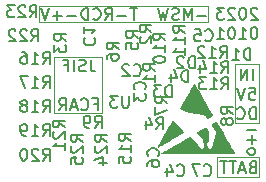
<source format=gbo>
G04 #@! TF.GenerationSoftware,KiCad,Pcbnew,(5.1.9)-1*
G04 #@! TF.CreationDate,2022-12-29T17:40:02+01:00*
G04 #@! TF.ProjectId,FallerCarSystem_v2,46616c6c-6572-4436-9172-53797374656d,rev?*
G04 #@! TF.SameCoordinates,Original*
G04 #@! TF.FileFunction,Legend,Bot*
G04 #@! TF.FilePolarity,Positive*
%FSLAX46Y46*%
G04 Gerber Fmt 4.6, Leading zero omitted, Abs format (unit mm)*
G04 Created by KiCad (PCBNEW (5.1.9)-1) date 2022-12-29 17:40:02*
%MOMM*%
%LPD*%
G01*
G04 APERTURE LIST*
%ADD10C,0.200000*%
%ADD11C,0.150000*%
%ADD12C,0.120000*%
%ADD13C,0.010000*%
G04 APERTURE END LIST*
D10*
X161091619Y-67762428D02*
X161139238Y-67857666D01*
X161186857Y-67905285D01*
X161282095Y-67952904D01*
X161567809Y-67952904D01*
X161663047Y-67905285D01*
X161710666Y-67857666D01*
X161758285Y-67762428D01*
X161758285Y-67619571D01*
X161710666Y-67524333D01*
X161663047Y-67476714D01*
X161567809Y-67429095D01*
X161282095Y-67429095D01*
X161186857Y-67476714D01*
X161139238Y-67524333D01*
X161091619Y-67619571D01*
X161091619Y-67762428D01*
D11*
X161924785Y-55618619D02*
X161877166Y-55571000D01*
X161781928Y-55523380D01*
X161543833Y-55523380D01*
X161448595Y-55571000D01*
X161400976Y-55618619D01*
X161353357Y-55713857D01*
X161353357Y-55809095D01*
X161400976Y-55951952D01*
X161972404Y-56523380D01*
X161353357Y-56523380D01*
X160734309Y-55523380D02*
X160639071Y-55523380D01*
X160543833Y-55571000D01*
X160496214Y-55618619D01*
X160448595Y-55713857D01*
X160400976Y-55904333D01*
X160400976Y-56142428D01*
X160448595Y-56332904D01*
X160496214Y-56428142D01*
X160543833Y-56475761D01*
X160639071Y-56523380D01*
X160734309Y-56523380D01*
X160829547Y-56475761D01*
X160877166Y-56428142D01*
X160924785Y-56332904D01*
X160972404Y-56142428D01*
X160972404Y-55904333D01*
X160924785Y-55713857D01*
X160877166Y-55618619D01*
X160829547Y-55571000D01*
X160734309Y-55523380D01*
X160020023Y-55618619D02*
X159972404Y-55571000D01*
X159877166Y-55523380D01*
X159639071Y-55523380D01*
X159543833Y-55571000D01*
X159496214Y-55618619D01*
X159448595Y-55713857D01*
X159448595Y-55809095D01*
X159496214Y-55951952D01*
X160067642Y-56523380D01*
X159448595Y-56523380D01*
X159115261Y-55523380D02*
X158496214Y-55523380D01*
X158829547Y-55904333D01*
X158686690Y-55904333D01*
X158591452Y-55951952D01*
X158543833Y-55999571D01*
X158496214Y-56094809D01*
X158496214Y-56332904D01*
X158543833Y-56428142D01*
X158591452Y-56475761D01*
X158686690Y-56523380D01*
X158972404Y-56523380D01*
X159067642Y-56475761D01*
X159115261Y-56428142D01*
X161686690Y-57173380D02*
X161591452Y-57173380D01*
X161496214Y-57221000D01*
X161448595Y-57268619D01*
X161400976Y-57363857D01*
X161353357Y-57554333D01*
X161353357Y-57792428D01*
X161400976Y-57982904D01*
X161448595Y-58078142D01*
X161496214Y-58125761D01*
X161591452Y-58173380D01*
X161686690Y-58173380D01*
X161781928Y-58125761D01*
X161829547Y-58078142D01*
X161877166Y-57982904D01*
X161924785Y-57792428D01*
X161924785Y-57554333D01*
X161877166Y-57363857D01*
X161829547Y-57268619D01*
X161781928Y-57221000D01*
X161686690Y-57173380D01*
X160400976Y-58173380D02*
X160972404Y-58173380D01*
X160686690Y-58173380D02*
X160686690Y-57173380D01*
X160781928Y-57316238D01*
X160877166Y-57411476D01*
X160972404Y-57459095D01*
X159781928Y-57173380D02*
X159686690Y-57173380D01*
X159591452Y-57221000D01*
X159543833Y-57268619D01*
X159496214Y-57363857D01*
X159448595Y-57554333D01*
X159448595Y-57792428D01*
X159496214Y-57982904D01*
X159543833Y-58078142D01*
X159591452Y-58125761D01*
X159686690Y-58173380D01*
X159781928Y-58173380D01*
X159877166Y-58125761D01*
X159924785Y-58078142D01*
X159972404Y-57982904D01*
X160020023Y-57792428D01*
X160020023Y-57554333D01*
X159972404Y-57363857D01*
X159924785Y-57268619D01*
X159877166Y-57221000D01*
X159781928Y-57173380D01*
X158496214Y-58173380D02*
X159067642Y-58173380D01*
X158781928Y-58173380D02*
X158781928Y-57173380D01*
X158877166Y-57316238D01*
X158972404Y-57411476D01*
X159067642Y-57459095D01*
D12*
X162052000Y-69850000D02*
X162052000Y-68199000D01*
X158496000Y-69850000D02*
X162052000Y-69850000D01*
X158496000Y-68199000D02*
X158496000Y-69850000D01*
X162052000Y-68199000D02*
X158496000Y-68199000D01*
X162052000Y-65278000D02*
X162052000Y-60325000D01*
X160020000Y-65278000D02*
X162052000Y-65278000D01*
X160020000Y-60325000D02*
X160020000Y-65278000D01*
X162052000Y-60325000D02*
X160020000Y-60325000D01*
X157734000Y-55346600D02*
X143433800Y-55346600D01*
X157734000Y-56769000D02*
X157734000Y-55346600D01*
X143433800Y-56769000D02*
X157734000Y-56769000D01*
X143433800Y-55346600D02*
X143433800Y-56769000D01*
X144716500Y-64389000D02*
X144716500Y-59690000D01*
X148780500Y-64452500D02*
X144716500Y-64452500D01*
X148780500Y-59690000D02*
X148780500Y-64452500D01*
X144716500Y-59690000D02*
X148780500Y-59690000D01*
D11*
X147812000Y-59905380D02*
X147812000Y-60619666D01*
X147859619Y-60762523D01*
X147954857Y-60857761D01*
X148097714Y-60905380D01*
X148192952Y-60905380D01*
X147383428Y-60857761D02*
X147240571Y-60905380D01*
X147002476Y-60905380D01*
X146907238Y-60857761D01*
X146859619Y-60810142D01*
X146812000Y-60714904D01*
X146812000Y-60619666D01*
X146859619Y-60524428D01*
X146907238Y-60476809D01*
X147002476Y-60429190D01*
X147192952Y-60381571D01*
X147288190Y-60333952D01*
X147335809Y-60286333D01*
X147383428Y-60191095D01*
X147383428Y-60095857D01*
X147335809Y-60000619D01*
X147288190Y-59953000D01*
X147192952Y-59905380D01*
X146954857Y-59905380D01*
X146812000Y-59953000D01*
X146383428Y-60905380D02*
X146383428Y-59905380D01*
X145573904Y-60381571D02*
X145907238Y-60381571D01*
X145907238Y-60905380D02*
X145907238Y-59905380D01*
X145431047Y-59905380D01*
X148097714Y-63681571D02*
X148431047Y-63681571D01*
X148431047Y-64205380D02*
X148431047Y-63205380D01*
X147954857Y-63205380D01*
X147002476Y-64110142D02*
X147050095Y-64157761D01*
X147192952Y-64205380D01*
X147288190Y-64205380D01*
X147431047Y-64157761D01*
X147526285Y-64062523D01*
X147573904Y-63967285D01*
X147621523Y-63776809D01*
X147621523Y-63633952D01*
X147573904Y-63443476D01*
X147526285Y-63348238D01*
X147431047Y-63253000D01*
X147288190Y-63205380D01*
X147192952Y-63205380D01*
X147050095Y-63253000D01*
X147002476Y-63300619D01*
X146621523Y-63919666D02*
X146145333Y-63919666D01*
X146716761Y-64205380D02*
X146383428Y-63205380D01*
X146050095Y-64205380D01*
X145145333Y-64205380D02*
X145478666Y-63729190D01*
X145716761Y-64205380D02*
X145716761Y-63205380D01*
X145335809Y-63205380D01*
X145240571Y-63253000D01*
X145192952Y-63300619D01*
X145145333Y-63395857D01*
X145145333Y-63538714D01*
X145192952Y-63633952D01*
X145240571Y-63681571D01*
X145335809Y-63729190D01*
X145716761Y-63729190D01*
X161520047Y-69016571D02*
X161377190Y-69064190D01*
X161329571Y-69111809D01*
X161281952Y-69207047D01*
X161281952Y-69349904D01*
X161329571Y-69445142D01*
X161377190Y-69492761D01*
X161472428Y-69540380D01*
X161853380Y-69540380D01*
X161853380Y-68540380D01*
X161520047Y-68540380D01*
X161424809Y-68588000D01*
X161377190Y-68635619D01*
X161329571Y-68730857D01*
X161329571Y-68826095D01*
X161377190Y-68921333D01*
X161424809Y-68968952D01*
X161520047Y-69016571D01*
X161853380Y-69016571D01*
X160901000Y-69254666D02*
X160424809Y-69254666D01*
X160996238Y-69540380D02*
X160662904Y-68540380D01*
X160329571Y-69540380D01*
X160139095Y-68540380D02*
X159567666Y-68540380D01*
X159853380Y-69540380D02*
X159853380Y-68540380D01*
X159377190Y-68540380D02*
X158805761Y-68540380D01*
X159091476Y-69540380D02*
X159091476Y-68540380D01*
X161559809Y-61667380D02*
X161559809Y-60667380D01*
X161083619Y-61667380D02*
X161083619Y-60667380D01*
X160512190Y-61667380D01*
X160512190Y-60667380D01*
X161226476Y-62317380D02*
X161702666Y-62317380D01*
X161750285Y-62793571D01*
X161702666Y-62745952D01*
X161607428Y-62698333D01*
X161369333Y-62698333D01*
X161274095Y-62745952D01*
X161226476Y-62793571D01*
X161178857Y-62888809D01*
X161178857Y-63126904D01*
X161226476Y-63222142D01*
X161274095Y-63269761D01*
X161369333Y-63317380D01*
X161607428Y-63317380D01*
X161702666Y-63269761D01*
X161750285Y-63222142D01*
X160893142Y-62317380D02*
X160559809Y-63317380D01*
X160226476Y-62317380D01*
X161797904Y-64967380D02*
X161797904Y-63967380D01*
X161559809Y-63967380D01*
X161416952Y-64015000D01*
X161321714Y-64110238D01*
X161274095Y-64205476D01*
X161226476Y-64395952D01*
X161226476Y-64538809D01*
X161274095Y-64729285D01*
X161321714Y-64824523D01*
X161416952Y-64919761D01*
X161559809Y-64967380D01*
X161797904Y-64967380D01*
X160226476Y-64872142D02*
X160274095Y-64919761D01*
X160416952Y-64967380D01*
X160512190Y-64967380D01*
X160655047Y-64919761D01*
X160750285Y-64824523D01*
X160797904Y-64729285D01*
X160845523Y-64538809D01*
X160845523Y-64395952D01*
X160797904Y-64205476D01*
X160750285Y-64110238D01*
X160655047Y-64015000D01*
X160512190Y-63967380D01*
X160416952Y-63967380D01*
X160274095Y-64015000D01*
X160226476Y-64062619D01*
X157601371Y-56180028D02*
X156839466Y-56180028D01*
X156363276Y-56560980D02*
X156363276Y-55560980D01*
X156029942Y-56275266D01*
X155696609Y-55560980D01*
X155696609Y-56560980D01*
X155268038Y-56513361D02*
X155125180Y-56560980D01*
X154887085Y-56560980D01*
X154791847Y-56513361D01*
X154744228Y-56465742D01*
X154696609Y-56370504D01*
X154696609Y-56275266D01*
X154744228Y-56180028D01*
X154791847Y-56132409D01*
X154887085Y-56084790D01*
X155077561Y-56037171D01*
X155172800Y-55989552D01*
X155220419Y-55941933D01*
X155268038Y-55846695D01*
X155268038Y-55751457D01*
X155220419Y-55656219D01*
X155172800Y-55608600D01*
X155077561Y-55560980D01*
X154839466Y-55560980D01*
X154696609Y-55608600D01*
X154363276Y-55560980D02*
X154125180Y-56560980D01*
X153934704Y-55846695D01*
X153744228Y-56560980D01*
X153506133Y-55560980D01*
X151744228Y-55560980D02*
X151172800Y-55560980D01*
X151458514Y-56560980D02*
X151458514Y-55560980D01*
X150839466Y-56180028D02*
X150077561Y-56180028D01*
X149029942Y-56560980D02*
X149363276Y-56084790D01*
X149601371Y-56560980D02*
X149601371Y-55560980D01*
X149220419Y-55560980D01*
X149125180Y-55608600D01*
X149077561Y-55656219D01*
X149029942Y-55751457D01*
X149029942Y-55894314D01*
X149077561Y-55989552D01*
X149125180Y-56037171D01*
X149220419Y-56084790D01*
X149601371Y-56084790D01*
X148029942Y-56465742D02*
X148077561Y-56513361D01*
X148220419Y-56560980D01*
X148315657Y-56560980D01*
X148458514Y-56513361D01*
X148553752Y-56418123D01*
X148601371Y-56322885D01*
X148648990Y-56132409D01*
X148648990Y-55989552D01*
X148601371Y-55799076D01*
X148553752Y-55703838D01*
X148458514Y-55608600D01*
X148315657Y-55560980D01*
X148220419Y-55560980D01*
X148077561Y-55608600D01*
X148029942Y-55656219D01*
X147601371Y-56560980D02*
X147601371Y-55560980D01*
X147363276Y-55560980D01*
X147220419Y-55608600D01*
X147125180Y-55703838D01*
X147077561Y-55799076D01*
X147029942Y-55989552D01*
X147029942Y-56132409D01*
X147077561Y-56322885D01*
X147125180Y-56418123D01*
X147220419Y-56513361D01*
X147363276Y-56560980D01*
X147601371Y-56560980D01*
X146601371Y-56180028D02*
X145839466Y-56180028D01*
X145363276Y-56180028D02*
X144601371Y-56180028D01*
X144982323Y-56560980D02*
X144982323Y-55799076D01*
X144268038Y-55560980D02*
X143934704Y-56560980D01*
X143601371Y-55560980D01*
D10*
X161036047Y-65841571D02*
X161797952Y-65841571D01*
X161061447Y-66679771D02*
X161823352Y-66679771D01*
X161442400Y-66298819D02*
X161442400Y-67060723D01*
D13*
G36*
X158395906Y-65188158D02*
G01*
X158363381Y-65200736D01*
X158313807Y-65225712D01*
X158242626Y-65264876D01*
X158237084Y-65267988D01*
X158171526Y-65305476D01*
X158116202Y-65338319D01*
X158076545Y-65363205D01*
X158057988Y-65376820D01*
X158057469Y-65377487D01*
X158061952Y-65396390D01*
X158082514Y-65438605D01*
X158117817Y-65501832D01*
X158166520Y-65583772D01*
X158227282Y-65682122D01*
X158298764Y-65794585D01*
X158316555Y-65822165D01*
X158362907Y-65898699D01*
X158396658Y-65964556D01*
X158414847Y-66013782D01*
X158416714Y-66023507D01*
X158415885Y-66066312D01*
X158406606Y-66134209D01*
X158390032Y-66222843D01*
X158367320Y-66327859D01*
X158339627Y-66444902D01*
X158308110Y-66569616D01*
X158273925Y-66697645D01*
X158238229Y-66824634D01*
X158202179Y-66946228D01*
X158166932Y-67058072D01*
X158133644Y-67155810D01*
X158103472Y-67235087D01*
X158082439Y-67282122D01*
X158057663Y-67332225D01*
X158034270Y-67380168D01*
X158033003Y-67382793D01*
X157994301Y-67431220D01*
X157937816Y-67463828D01*
X157872061Y-67479454D01*
X157805549Y-67476937D01*
X157746795Y-67455114D01*
X157713742Y-67426382D01*
X157666141Y-67347583D01*
X157631261Y-67249378D01*
X157612123Y-67141779D01*
X157609412Y-67080780D01*
X157620330Y-66966935D01*
X157652376Y-66872660D01*
X157707274Y-66793379D01*
X157724393Y-66775733D01*
X157775339Y-66726235D01*
X157778837Y-66376362D01*
X157782336Y-66026489D01*
X157693182Y-65891531D01*
X157651346Y-65830445D01*
X157611055Y-65775493D01*
X157578057Y-65734336D01*
X157563874Y-65719192D01*
X157523719Y-65681810D01*
X157469335Y-65711098D01*
X157434961Y-65732084D01*
X157416154Y-65748378D01*
X157414951Y-65751307D01*
X157402097Y-65763728D01*
X157380104Y-65772977D01*
X157358850Y-65781313D01*
X157326306Y-65797149D01*
X157279678Y-65822033D01*
X157216171Y-65857509D01*
X157132992Y-65905123D01*
X157027347Y-65966422D01*
X156969938Y-65999932D01*
X156902406Y-66040071D01*
X156858115Y-66068659D01*
X156833145Y-66089039D01*
X156823577Y-66104553D01*
X156825492Y-66118546D01*
X156827089Y-66121796D01*
X156842624Y-66142266D01*
X156875864Y-66180665D01*
X156922938Y-66232696D01*
X156979972Y-66294066D01*
X157029300Y-66346090D01*
X157142970Y-66469567D01*
X157231895Y-66576591D01*
X157296866Y-66668240D01*
X157338679Y-66745588D01*
X157352783Y-66784866D01*
X157358608Y-66819249D01*
X157364625Y-66877899D01*
X157370304Y-66954117D01*
X157375116Y-67041202D01*
X157377381Y-67096268D01*
X157380541Y-67191464D01*
X157381931Y-67261062D01*
X157381142Y-67310409D01*
X157377765Y-67344854D01*
X157371392Y-67369743D01*
X157361613Y-67390425D01*
X157353933Y-67403053D01*
X157309579Y-67451726D01*
X157252426Y-67485645D01*
X157192292Y-67500438D01*
X157147227Y-67495086D01*
X157106424Y-67471930D01*
X157055276Y-67430462D01*
X157000958Y-67377912D01*
X156950643Y-67321516D01*
X156911506Y-67268505D01*
X156897095Y-67242889D01*
X156875509Y-67207814D01*
X156836247Y-67154389D01*
X156782898Y-67086789D01*
X156719048Y-67009190D01*
X156648285Y-66925768D01*
X156574196Y-66840698D01*
X156500368Y-66758155D01*
X156430389Y-66682316D01*
X156367845Y-66617356D01*
X156318740Y-66569669D01*
X156264221Y-66522032D01*
X156218358Y-66486908D01*
X156186189Y-66467949D01*
X156175511Y-66465864D01*
X156159147Y-66474274D01*
X156118329Y-66496846D01*
X156055414Y-66532224D01*
X155972756Y-66579054D01*
X155872711Y-66635981D01*
X155757634Y-66701649D01*
X155629881Y-66774703D01*
X155491806Y-66853788D01*
X155345766Y-66937548D01*
X155194116Y-67024629D01*
X155039210Y-67113676D01*
X154883405Y-67203332D01*
X154729056Y-67292243D01*
X154578518Y-67379054D01*
X154434146Y-67462409D01*
X154298296Y-67540954D01*
X154173323Y-67613333D01*
X154061583Y-67678190D01*
X153965430Y-67734171D01*
X153887221Y-67779920D01*
X153829311Y-67814083D01*
X153794054Y-67835304D01*
X153783835Y-67841963D01*
X153797598Y-67843280D01*
X153840896Y-67844559D01*
X153912286Y-67845796D01*
X154010327Y-67846983D01*
X154133578Y-67848115D01*
X154280597Y-67849186D01*
X154449943Y-67850189D01*
X154640174Y-67851119D01*
X154849849Y-67851968D01*
X155077527Y-67852732D01*
X155321765Y-67853403D01*
X155581123Y-67853976D01*
X155854159Y-67854444D01*
X156139432Y-67854802D01*
X156435500Y-67855042D01*
X156740921Y-67855159D01*
X156869076Y-67855171D01*
X159969030Y-67855171D01*
X159747947Y-67471847D01*
X159701144Y-67390680D01*
X159640898Y-67286166D01*
X159569222Y-67161801D01*
X159488131Y-67021082D01*
X159399638Y-66867503D01*
X159305760Y-66704562D01*
X159208509Y-66535754D01*
X159109900Y-66364575D01*
X159011947Y-66194521D01*
X158987175Y-66151512D01*
X158896848Y-65994857D01*
X158810711Y-65845803D01*
X158730058Y-65706568D01*
X158656184Y-65579371D01*
X158590383Y-65466432D01*
X158533950Y-65369968D01*
X158488179Y-65292200D01*
X158454365Y-65235346D01*
X158433802Y-65201625D01*
X158428047Y-65193040D01*
X158415942Y-65186189D01*
X158395906Y-65188158D01*
G37*
X158395906Y-65188158D02*
X158363381Y-65200736D01*
X158313807Y-65225712D01*
X158242626Y-65264876D01*
X158237084Y-65267988D01*
X158171526Y-65305476D01*
X158116202Y-65338319D01*
X158076545Y-65363205D01*
X158057988Y-65376820D01*
X158057469Y-65377487D01*
X158061952Y-65396390D01*
X158082514Y-65438605D01*
X158117817Y-65501832D01*
X158166520Y-65583772D01*
X158227282Y-65682122D01*
X158298764Y-65794585D01*
X158316555Y-65822165D01*
X158362907Y-65898699D01*
X158396658Y-65964556D01*
X158414847Y-66013782D01*
X158416714Y-66023507D01*
X158415885Y-66066312D01*
X158406606Y-66134209D01*
X158390032Y-66222843D01*
X158367320Y-66327859D01*
X158339627Y-66444902D01*
X158308110Y-66569616D01*
X158273925Y-66697645D01*
X158238229Y-66824634D01*
X158202179Y-66946228D01*
X158166932Y-67058072D01*
X158133644Y-67155810D01*
X158103472Y-67235087D01*
X158082439Y-67282122D01*
X158057663Y-67332225D01*
X158034270Y-67380168D01*
X158033003Y-67382793D01*
X157994301Y-67431220D01*
X157937816Y-67463828D01*
X157872061Y-67479454D01*
X157805549Y-67476937D01*
X157746795Y-67455114D01*
X157713742Y-67426382D01*
X157666141Y-67347583D01*
X157631261Y-67249378D01*
X157612123Y-67141779D01*
X157609412Y-67080780D01*
X157620330Y-66966935D01*
X157652376Y-66872660D01*
X157707274Y-66793379D01*
X157724393Y-66775733D01*
X157775339Y-66726235D01*
X157778837Y-66376362D01*
X157782336Y-66026489D01*
X157693182Y-65891531D01*
X157651346Y-65830445D01*
X157611055Y-65775493D01*
X157578057Y-65734336D01*
X157563874Y-65719192D01*
X157523719Y-65681810D01*
X157469335Y-65711098D01*
X157434961Y-65732084D01*
X157416154Y-65748378D01*
X157414951Y-65751307D01*
X157402097Y-65763728D01*
X157380104Y-65772977D01*
X157358850Y-65781313D01*
X157326306Y-65797149D01*
X157279678Y-65822033D01*
X157216171Y-65857509D01*
X157132992Y-65905123D01*
X157027347Y-65966422D01*
X156969938Y-65999932D01*
X156902406Y-66040071D01*
X156858115Y-66068659D01*
X156833145Y-66089039D01*
X156823577Y-66104553D01*
X156825492Y-66118546D01*
X156827089Y-66121796D01*
X156842624Y-66142266D01*
X156875864Y-66180665D01*
X156922938Y-66232696D01*
X156979972Y-66294066D01*
X157029300Y-66346090D01*
X157142970Y-66469567D01*
X157231895Y-66576591D01*
X157296866Y-66668240D01*
X157338679Y-66745588D01*
X157352783Y-66784866D01*
X157358608Y-66819249D01*
X157364625Y-66877899D01*
X157370304Y-66954117D01*
X157375116Y-67041202D01*
X157377381Y-67096268D01*
X157380541Y-67191464D01*
X157381931Y-67261062D01*
X157381142Y-67310409D01*
X157377765Y-67344854D01*
X157371392Y-67369743D01*
X157361613Y-67390425D01*
X157353933Y-67403053D01*
X157309579Y-67451726D01*
X157252426Y-67485645D01*
X157192292Y-67500438D01*
X157147227Y-67495086D01*
X157106424Y-67471930D01*
X157055276Y-67430462D01*
X157000958Y-67377912D01*
X156950643Y-67321516D01*
X156911506Y-67268505D01*
X156897095Y-67242889D01*
X156875509Y-67207814D01*
X156836247Y-67154389D01*
X156782898Y-67086789D01*
X156719048Y-67009190D01*
X156648285Y-66925768D01*
X156574196Y-66840698D01*
X156500368Y-66758155D01*
X156430389Y-66682316D01*
X156367845Y-66617356D01*
X156318740Y-66569669D01*
X156264221Y-66522032D01*
X156218358Y-66486908D01*
X156186189Y-66467949D01*
X156175511Y-66465864D01*
X156159147Y-66474274D01*
X156118329Y-66496846D01*
X156055414Y-66532224D01*
X155972756Y-66579054D01*
X155872711Y-66635981D01*
X155757634Y-66701649D01*
X155629881Y-66774703D01*
X155491806Y-66853788D01*
X155345766Y-66937548D01*
X155194116Y-67024629D01*
X155039210Y-67113676D01*
X154883405Y-67203332D01*
X154729056Y-67292243D01*
X154578518Y-67379054D01*
X154434146Y-67462409D01*
X154298296Y-67540954D01*
X154173323Y-67613333D01*
X154061583Y-67678190D01*
X153965430Y-67734171D01*
X153887221Y-67779920D01*
X153829311Y-67814083D01*
X153794054Y-67835304D01*
X153783835Y-67841963D01*
X153797598Y-67843280D01*
X153840896Y-67844559D01*
X153912286Y-67845796D01*
X154010327Y-67846983D01*
X154133578Y-67848115D01*
X154280597Y-67849186D01*
X154449943Y-67850189D01*
X154640174Y-67851119D01*
X154849849Y-67851968D01*
X155077527Y-67852732D01*
X155321765Y-67853403D01*
X155581123Y-67853976D01*
X155854159Y-67854444D01*
X156139432Y-67854802D01*
X156435500Y-67855042D01*
X156740921Y-67855159D01*
X156869076Y-67855171D01*
X159969030Y-67855171D01*
X159747947Y-67471847D01*
X159701144Y-67390680D01*
X159640898Y-67286166D01*
X159569222Y-67161801D01*
X159488131Y-67021082D01*
X159399638Y-66867503D01*
X159305760Y-66704562D01*
X159208509Y-66535754D01*
X159109900Y-66364575D01*
X159011947Y-66194521D01*
X158987175Y-66151512D01*
X158896848Y-65994857D01*
X158810711Y-65845803D01*
X158730058Y-65706568D01*
X158656184Y-65579371D01*
X158590383Y-65466432D01*
X158533950Y-65369968D01*
X158488179Y-65292200D01*
X158454365Y-65235346D01*
X158433802Y-65201625D01*
X158428047Y-65193040D01*
X158415942Y-65186189D01*
X158395906Y-65188158D01*
G36*
X154730472Y-65131619D02*
G01*
X154719092Y-65150693D01*
X154693512Y-65194421D01*
X154654998Y-65260619D01*
X154604814Y-65347102D01*
X154544225Y-65451685D01*
X154474497Y-65572183D01*
X154396893Y-65706412D01*
X154312680Y-65852187D01*
X154223121Y-66007323D01*
X154131002Y-66167000D01*
X154036924Y-66330117D01*
X153946598Y-66486709D01*
X153861335Y-66634506D01*
X153782443Y-66771240D01*
X153711231Y-66894642D01*
X153649009Y-67002444D01*
X153597087Y-67092377D01*
X153556772Y-67162173D01*
X153529376Y-67209564D01*
X153516493Y-67231786D01*
X153495493Y-67269330D01*
X153484075Y-67292831D01*
X153483449Y-67296920D01*
X153497364Y-67289242D01*
X153536059Y-67267203D01*
X153597513Y-67231971D01*
X153679702Y-67184711D01*
X153780604Y-67126589D01*
X153898195Y-67058771D01*
X154030454Y-66982424D01*
X154175358Y-66898714D01*
X154330883Y-66808806D01*
X154495008Y-66713867D01*
X154557451Y-66677732D01*
X154724513Y-66581083D01*
X154883926Y-66488938D01*
X155033645Y-66402475D01*
X155171624Y-66322871D01*
X155295815Y-66251305D01*
X155404173Y-66188955D01*
X155494652Y-66136998D01*
X155565204Y-66096613D01*
X155613785Y-66068978D01*
X155638346Y-66055272D01*
X155640915Y-66053974D01*
X155633431Y-66042220D01*
X155607386Y-66010795D01*
X155565441Y-65962594D01*
X155510254Y-65900510D01*
X155444483Y-65827439D01*
X155370788Y-65746276D01*
X155291827Y-65659916D01*
X155210260Y-65571253D01*
X155128746Y-65483182D01*
X155049943Y-65398599D01*
X154976510Y-65320397D01*
X154911107Y-65251472D01*
X154856392Y-65194719D01*
X154815023Y-65153032D01*
X154800836Y-65139363D01*
X154753820Y-65095201D01*
X154730472Y-65131619D01*
G37*
X154730472Y-65131619D02*
X154719092Y-65150693D01*
X154693512Y-65194421D01*
X154654998Y-65260619D01*
X154604814Y-65347102D01*
X154544225Y-65451685D01*
X154474497Y-65572183D01*
X154396893Y-65706412D01*
X154312680Y-65852187D01*
X154223121Y-66007323D01*
X154131002Y-66167000D01*
X154036924Y-66330117D01*
X153946598Y-66486709D01*
X153861335Y-66634506D01*
X153782443Y-66771240D01*
X153711231Y-66894642D01*
X153649009Y-67002444D01*
X153597087Y-67092377D01*
X153556772Y-67162173D01*
X153529376Y-67209564D01*
X153516493Y-67231786D01*
X153495493Y-67269330D01*
X153484075Y-67292831D01*
X153483449Y-67296920D01*
X153497364Y-67289242D01*
X153536059Y-67267203D01*
X153597513Y-67231971D01*
X153679702Y-67184711D01*
X153780604Y-67126589D01*
X153898195Y-67058771D01*
X154030454Y-66982424D01*
X154175358Y-66898714D01*
X154330883Y-66808806D01*
X154495008Y-66713867D01*
X154557451Y-66677732D01*
X154724513Y-66581083D01*
X154883926Y-66488938D01*
X155033645Y-66402475D01*
X155171624Y-66322871D01*
X155295815Y-66251305D01*
X155404173Y-66188955D01*
X155494652Y-66136998D01*
X155565204Y-66096613D01*
X155613785Y-66068978D01*
X155638346Y-66055272D01*
X155640915Y-66053974D01*
X155633431Y-66042220D01*
X155607386Y-66010795D01*
X155565441Y-65962594D01*
X155510254Y-65900510D01*
X155444483Y-65827439D01*
X155370788Y-65746276D01*
X155291827Y-65659916D01*
X155210260Y-65571253D01*
X155128746Y-65483182D01*
X155049943Y-65398599D01*
X154976510Y-65320397D01*
X154911107Y-65251472D01*
X154856392Y-65194719D01*
X154815023Y-65153032D01*
X154800836Y-65139363D01*
X154753820Y-65095201D01*
X154730472Y-65131619D01*
G36*
X156553957Y-61982835D02*
G01*
X156530935Y-62020245D01*
X156495466Y-62079514D01*
X156449004Y-62158118D01*
X156393004Y-62253538D01*
X156328919Y-62363250D01*
X156258204Y-62484734D01*
X156182313Y-62615468D01*
X156102701Y-62752930D01*
X156020822Y-62894598D01*
X155938130Y-63037951D01*
X155856079Y-63180467D01*
X155776124Y-63319624D01*
X155699719Y-63452901D01*
X155628318Y-63577776D01*
X155563376Y-63691727D01*
X155506347Y-63792233D01*
X155458685Y-63876772D01*
X155421845Y-63942822D01*
X155397280Y-63987862D01*
X155386446Y-64009370D01*
X155386049Y-64010714D01*
X155399499Y-64028965D01*
X155436886Y-64056882D01*
X155493765Y-64091725D01*
X155565688Y-64130754D01*
X155640985Y-64167843D01*
X155743440Y-64212817D01*
X155851183Y-64253226D01*
X155967927Y-64289969D01*
X156097382Y-64323942D01*
X156243260Y-64356044D01*
X156409274Y-64387173D01*
X156599134Y-64418227D01*
X156795531Y-64447145D01*
X156966166Y-64472800D01*
X157109455Y-64498198D01*
X157228992Y-64524602D01*
X157328370Y-64553273D01*
X157411182Y-64585473D01*
X157481022Y-64622465D01*
X157541482Y-64665512D01*
X157596155Y-64715875D01*
X157613786Y-64734583D01*
X157652000Y-64778139D01*
X157680268Y-64813682D01*
X157693382Y-64834583D01*
X157693732Y-64836297D01*
X157698320Y-64846806D01*
X157714242Y-64846924D01*
X157744734Y-64835254D01*
X157793032Y-64810396D01*
X157862373Y-64770952D01*
X157910561Y-64742587D01*
X157982417Y-64698247D01*
X158038258Y-64660279D01*
X158074333Y-64631416D01*
X158086887Y-64614388D01*
X158086879Y-64614264D01*
X158079094Y-64598037D01*
X158057108Y-64557400D01*
X158022197Y-64494567D01*
X157975637Y-64411752D01*
X157918705Y-64311172D01*
X157852677Y-64195040D01*
X157778828Y-64065571D01*
X157698436Y-63924980D01*
X157612776Y-63775482D01*
X157523124Y-63619292D01*
X157430757Y-63458624D01*
X157336951Y-63295693D01*
X157242982Y-63132713D01*
X157150126Y-62971900D01*
X157059660Y-62815468D01*
X156972859Y-62665633D01*
X156891000Y-62524608D01*
X156815359Y-62394609D01*
X156747213Y-62277849D01*
X156687837Y-62176545D01*
X156638507Y-62092911D01*
X156600500Y-62029162D01*
X156575093Y-61987511D01*
X156563560Y-61970175D01*
X156563077Y-61969805D01*
X156553957Y-61982835D01*
G37*
X156553957Y-61982835D02*
X156530935Y-62020245D01*
X156495466Y-62079514D01*
X156449004Y-62158118D01*
X156393004Y-62253538D01*
X156328919Y-62363250D01*
X156258204Y-62484734D01*
X156182313Y-62615468D01*
X156102701Y-62752930D01*
X156020822Y-62894598D01*
X155938130Y-63037951D01*
X155856079Y-63180467D01*
X155776124Y-63319624D01*
X155699719Y-63452901D01*
X155628318Y-63577776D01*
X155563376Y-63691727D01*
X155506347Y-63792233D01*
X155458685Y-63876772D01*
X155421845Y-63942822D01*
X155397280Y-63987862D01*
X155386446Y-64009370D01*
X155386049Y-64010714D01*
X155399499Y-64028965D01*
X155436886Y-64056882D01*
X155493765Y-64091725D01*
X155565688Y-64130754D01*
X155640985Y-64167843D01*
X155743440Y-64212817D01*
X155851183Y-64253226D01*
X155967927Y-64289969D01*
X156097382Y-64323942D01*
X156243260Y-64356044D01*
X156409274Y-64387173D01*
X156599134Y-64418227D01*
X156795531Y-64447145D01*
X156966166Y-64472800D01*
X157109455Y-64498198D01*
X157228992Y-64524602D01*
X157328370Y-64553273D01*
X157411182Y-64585473D01*
X157481022Y-64622465D01*
X157541482Y-64665512D01*
X157596155Y-64715875D01*
X157613786Y-64734583D01*
X157652000Y-64778139D01*
X157680268Y-64813682D01*
X157693382Y-64834583D01*
X157693732Y-64836297D01*
X157698320Y-64846806D01*
X157714242Y-64846924D01*
X157744734Y-64835254D01*
X157793032Y-64810396D01*
X157862373Y-64770952D01*
X157910561Y-64742587D01*
X157982417Y-64698247D01*
X158038258Y-64660279D01*
X158074333Y-64631416D01*
X158086887Y-64614388D01*
X158086879Y-64614264D01*
X158079094Y-64598037D01*
X158057108Y-64557400D01*
X158022197Y-64494567D01*
X157975637Y-64411752D01*
X157918705Y-64311172D01*
X157852677Y-64195040D01*
X157778828Y-64065571D01*
X157698436Y-63924980D01*
X157612776Y-63775482D01*
X157523124Y-63619292D01*
X157430757Y-63458624D01*
X157336951Y-63295693D01*
X157242982Y-63132713D01*
X157150126Y-62971900D01*
X157059660Y-62815468D01*
X156972859Y-62665633D01*
X156891000Y-62524608D01*
X156815359Y-62394609D01*
X156747213Y-62277849D01*
X156687837Y-62176545D01*
X156638507Y-62092911D01*
X156600500Y-62029162D01*
X156575093Y-61987511D01*
X156563560Y-61970175D01*
X156563077Y-61969805D01*
X156553957Y-61982835D01*
D11*
X151053704Y-62977780D02*
X151053704Y-63787304D01*
X151006085Y-63882542D01*
X150958466Y-63930161D01*
X150863228Y-63977780D01*
X150672752Y-63977780D01*
X150577514Y-63930161D01*
X150529895Y-63882542D01*
X150482276Y-63787304D01*
X150482276Y-62977780D01*
X150101323Y-62977780D02*
X149482276Y-62977780D01*
X149815609Y-63358733D01*
X149672752Y-63358733D01*
X149577514Y-63406352D01*
X149529895Y-63453971D01*
X149482276Y-63549209D01*
X149482276Y-63787304D01*
X149529895Y-63882542D01*
X149577514Y-63930161D01*
X149672752Y-63977780D01*
X149958466Y-63977780D01*
X150053704Y-63930161D01*
X150101323Y-63882542D01*
X153379466Y-65806580D02*
X153712800Y-65330390D01*
X153950895Y-65806580D02*
X153950895Y-64806580D01*
X153569942Y-64806580D01*
X153474704Y-64854200D01*
X153427085Y-64901819D01*
X153379466Y-64997057D01*
X153379466Y-65139914D01*
X153427085Y-65235152D01*
X153474704Y-65282771D01*
X153569942Y-65330390D01*
X153950895Y-65330390D01*
X152522323Y-65139914D02*
X152522323Y-65806580D01*
X152760419Y-64758961D02*
X152998514Y-65473247D01*
X152379466Y-65473247D01*
X154300180Y-63612733D02*
X153823990Y-63279400D01*
X154300180Y-63041304D02*
X153300180Y-63041304D01*
X153300180Y-63422257D01*
X153347800Y-63517495D01*
X153395419Y-63565114D01*
X153490657Y-63612733D01*
X153633514Y-63612733D01*
X153728752Y-63565114D01*
X153776371Y-63517495D01*
X153823990Y-63422257D01*
X153823990Y-63041304D01*
X153300180Y-63946066D02*
X153300180Y-64612733D01*
X154300180Y-64184161D01*
X152376142Y-62444333D02*
X152423761Y-62396714D01*
X152471380Y-62253857D01*
X152471380Y-62158619D01*
X152423761Y-62015761D01*
X152328523Y-61920523D01*
X152233285Y-61872904D01*
X152042809Y-61825285D01*
X151899952Y-61825285D01*
X151709476Y-61872904D01*
X151614238Y-61920523D01*
X151519000Y-62015761D01*
X151471380Y-62158619D01*
X151471380Y-62253857D01*
X151519000Y-62396714D01*
X151566619Y-62444333D01*
X151471380Y-62777666D02*
X151471380Y-63396714D01*
X151852333Y-63063380D01*
X151852333Y-63206238D01*
X151899952Y-63301476D01*
X151947571Y-63349095D01*
X152042809Y-63396714D01*
X152280904Y-63396714D01*
X152376142Y-63349095D01*
X152423761Y-63301476D01*
X152471380Y-63206238D01*
X152471380Y-62920523D01*
X152423761Y-62825285D01*
X152376142Y-62777666D01*
X155132066Y-69699142D02*
X155179685Y-69746761D01*
X155322542Y-69794380D01*
X155417780Y-69794380D01*
X155560638Y-69746761D01*
X155655876Y-69651523D01*
X155703495Y-69556285D01*
X155751114Y-69365809D01*
X155751114Y-69222952D01*
X155703495Y-69032476D01*
X155655876Y-68937238D01*
X155560638Y-68842000D01*
X155417780Y-68794380D01*
X155322542Y-68794380D01*
X155179685Y-68842000D01*
X155132066Y-68889619D01*
X154274923Y-69127714D02*
X154274923Y-69794380D01*
X154513019Y-68746761D02*
X154751114Y-69461047D01*
X154132066Y-69461047D01*
X157519666Y-58269142D02*
X157567285Y-58316761D01*
X157710142Y-58364380D01*
X157805380Y-58364380D01*
X157948238Y-58316761D01*
X158043476Y-58221523D01*
X158091095Y-58126285D01*
X158138714Y-57935809D01*
X158138714Y-57792952D01*
X158091095Y-57602476D01*
X158043476Y-57507238D01*
X157948238Y-57412000D01*
X157805380Y-57364380D01*
X157710142Y-57364380D01*
X157567285Y-57412000D01*
X157519666Y-57459619D01*
X156614904Y-57364380D02*
X157091095Y-57364380D01*
X157138714Y-57840571D01*
X157091095Y-57792952D01*
X156995857Y-57745333D01*
X156757761Y-57745333D01*
X156662523Y-57792952D01*
X156614904Y-57840571D01*
X156567285Y-57935809D01*
X156567285Y-58173904D01*
X156614904Y-58269142D01*
X156662523Y-58316761D01*
X156757761Y-58364380D01*
X156995857Y-58364380D01*
X157091095Y-58316761D01*
X157138714Y-58269142D01*
X153519142Y-68057733D02*
X153566761Y-68010114D01*
X153614380Y-67867257D01*
X153614380Y-67772019D01*
X153566761Y-67629161D01*
X153471523Y-67533923D01*
X153376285Y-67486304D01*
X153185809Y-67438685D01*
X153042952Y-67438685D01*
X152852476Y-67486304D01*
X152757238Y-67533923D01*
X152662000Y-67629161D01*
X152614380Y-67772019D01*
X152614380Y-67867257D01*
X152662000Y-68010114D01*
X152709619Y-68057733D01*
X152614380Y-68914876D02*
X152614380Y-68724400D01*
X152662000Y-68629161D01*
X152709619Y-68581542D01*
X152852476Y-68486304D01*
X153042952Y-68438685D01*
X153423904Y-68438685D01*
X153519142Y-68486304D01*
X153566761Y-68533923D01*
X153614380Y-68629161D01*
X153614380Y-68819638D01*
X153566761Y-68914876D01*
X153519142Y-68962495D01*
X153423904Y-69010114D01*
X153185809Y-69010114D01*
X153090571Y-68962495D01*
X153042952Y-68914876D01*
X152995333Y-68819638D01*
X152995333Y-68629161D01*
X153042952Y-68533923D01*
X153090571Y-68486304D01*
X153185809Y-68438685D01*
X161329595Y-59951880D02*
X161329595Y-58951880D01*
X161091500Y-58951880D01*
X160948642Y-58999500D01*
X160853404Y-59094738D01*
X160805785Y-59189976D01*
X160758166Y-59380452D01*
X160758166Y-59523309D01*
X160805785Y-59713785D01*
X160853404Y-59809023D01*
X160948642Y-59904261D01*
X161091500Y-59951880D01*
X161329595Y-59951880D01*
X159805785Y-59951880D02*
X160377214Y-59951880D01*
X160091500Y-59951880D02*
X160091500Y-58951880D01*
X160186738Y-59094738D01*
X160281976Y-59189976D01*
X160377214Y-59237595D01*
X156630595Y-60650380D02*
X156630595Y-59650380D01*
X156392500Y-59650380D01*
X156249642Y-59698000D01*
X156154404Y-59793238D01*
X156106785Y-59888476D01*
X156059166Y-60078952D01*
X156059166Y-60221809D01*
X156106785Y-60412285D01*
X156154404Y-60507523D01*
X156249642Y-60602761D01*
X156392500Y-60650380D01*
X156630595Y-60650380D01*
X155678214Y-59745619D02*
X155630595Y-59698000D01*
X155535357Y-59650380D01*
X155297261Y-59650380D01*
X155202023Y-59698000D01*
X155154404Y-59745619D01*
X155106785Y-59840857D01*
X155106785Y-59936095D01*
X155154404Y-60078952D01*
X155725833Y-60650380D01*
X155106785Y-60650380D01*
X154662095Y-63063380D02*
X154662095Y-62063380D01*
X154424000Y-62063380D01*
X154281142Y-62111000D01*
X154185904Y-62206238D01*
X154138285Y-62301476D01*
X154090666Y-62491952D01*
X154090666Y-62634809D01*
X154138285Y-62825285D01*
X154185904Y-62920523D01*
X154281142Y-63015761D01*
X154424000Y-63063380D01*
X154662095Y-63063380D01*
X153757333Y-62063380D02*
X153138285Y-62063380D01*
X153471619Y-62444333D01*
X153328761Y-62444333D01*
X153233523Y-62491952D01*
X153185904Y-62539571D01*
X153138285Y-62634809D01*
X153138285Y-62872904D01*
X153185904Y-62968142D01*
X153233523Y-63015761D01*
X153328761Y-63063380D01*
X153614476Y-63063380D01*
X153709714Y-63015761D01*
X153757333Y-62968142D01*
X156059095Y-61793380D02*
X156059095Y-60793380D01*
X155821000Y-60793380D01*
X155678142Y-60841000D01*
X155582904Y-60936238D01*
X155535285Y-61031476D01*
X155487666Y-61221952D01*
X155487666Y-61364809D01*
X155535285Y-61555285D01*
X155582904Y-61650523D01*
X155678142Y-61745761D01*
X155821000Y-61793380D01*
X156059095Y-61793380D01*
X154630523Y-61126714D02*
X154630523Y-61793380D01*
X154868619Y-60745761D02*
X155106714Y-61460047D01*
X154487666Y-61460047D01*
X153284180Y-60869533D02*
X152807990Y-60536200D01*
X153284180Y-60298104D02*
X152284180Y-60298104D01*
X152284180Y-60679057D01*
X152331800Y-60774295D01*
X152379419Y-60821914D01*
X152474657Y-60869533D01*
X152617514Y-60869533D01*
X152712752Y-60821914D01*
X152760371Y-60774295D01*
X152807990Y-60679057D01*
X152807990Y-60298104D01*
X153284180Y-61821914D02*
X153284180Y-61250485D01*
X153284180Y-61536200D02*
X152284180Y-61536200D01*
X152427038Y-61440961D01*
X152522276Y-61345723D01*
X152569895Y-61250485D01*
X152953980Y-57592933D02*
X152477790Y-57259600D01*
X152953980Y-57021504D02*
X151953980Y-57021504D01*
X151953980Y-57402457D01*
X152001600Y-57497695D01*
X152049219Y-57545314D01*
X152144457Y-57592933D01*
X152287314Y-57592933D01*
X152382552Y-57545314D01*
X152430171Y-57497695D01*
X152477790Y-57402457D01*
X152477790Y-57021504D01*
X152049219Y-57973885D02*
X152001600Y-58021504D01*
X151953980Y-58116742D01*
X151953980Y-58354838D01*
X152001600Y-58450076D01*
X152049219Y-58497695D01*
X152144457Y-58545314D01*
X152239695Y-58545314D01*
X152382552Y-58497695D01*
X152953980Y-57926266D01*
X152953980Y-58545314D01*
X145740380Y-58329533D02*
X145264190Y-57996200D01*
X145740380Y-57758104D02*
X144740380Y-57758104D01*
X144740380Y-58139057D01*
X144788000Y-58234295D01*
X144835619Y-58281914D01*
X144930857Y-58329533D01*
X145073714Y-58329533D01*
X145168952Y-58281914D01*
X145216571Y-58234295D01*
X145264190Y-58139057D01*
X145264190Y-57758104D01*
X144740380Y-58662866D02*
X144740380Y-59281914D01*
X145121333Y-58948580D01*
X145121333Y-59091438D01*
X145168952Y-59186676D01*
X145216571Y-59234295D01*
X145311809Y-59281914D01*
X145549904Y-59281914D01*
X145645142Y-59234295D01*
X145692761Y-59186676D01*
X145740380Y-59091438D01*
X145740380Y-58805723D01*
X145692761Y-58710485D01*
X145645142Y-58662866D01*
X151836380Y-58100933D02*
X151360190Y-57767600D01*
X151836380Y-57529504D02*
X150836380Y-57529504D01*
X150836380Y-57910457D01*
X150884000Y-58005695D01*
X150931619Y-58053314D01*
X151026857Y-58100933D01*
X151169714Y-58100933D01*
X151264952Y-58053314D01*
X151312571Y-58005695D01*
X151360190Y-57910457D01*
X151360190Y-57529504D01*
X150836380Y-59005695D02*
X150836380Y-58529504D01*
X151312571Y-58481885D01*
X151264952Y-58529504D01*
X151217333Y-58624742D01*
X151217333Y-58862838D01*
X151264952Y-58958076D01*
X151312571Y-59005695D01*
X151407809Y-59053314D01*
X151645904Y-59053314D01*
X151741142Y-59005695D01*
X151788761Y-58958076D01*
X151836380Y-58862838D01*
X151836380Y-58624742D01*
X151788761Y-58529504D01*
X151741142Y-58481885D01*
X150172680Y-59040733D02*
X149696490Y-58707400D01*
X150172680Y-58469304D02*
X149172680Y-58469304D01*
X149172680Y-58850257D01*
X149220300Y-58945495D01*
X149267919Y-58993114D01*
X149363157Y-59040733D01*
X149506014Y-59040733D01*
X149601252Y-58993114D01*
X149648871Y-58945495D01*
X149696490Y-58850257D01*
X149696490Y-58469304D01*
X149172680Y-59897876D02*
X149172680Y-59707400D01*
X149220300Y-59612161D01*
X149267919Y-59564542D01*
X149410776Y-59469304D01*
X149601252Y-59421685D01*
X149982204Y-59421685D01*
X150077442Y-59469304D01*
X150125061Y-59516923D01*
X150172680Y-59612161D01*
X150172680Y-59802638D01*
X150125061Y-59897876D01*
X150077442Y-59945495D01*
X149982204Y-59993114D01*
X149744109Y-59993114D01*
X149648871Y-59945495D01*
X149601252Y-59897876D01*
X149553633Y-59802638D01*
X149553633Y-59612161D01*
X149601252Y-59516923D01*
X149648871Y-59469304D01*
X149744109Y-59421685D01*
X159862780Y-64501733D02*
X159386590Y-64168400D01*
X159862780Y-63930304D02*
X158862780Y-63930304D01*
X158862780Y-64311257D01*
X158910400Y-64406495D01*
X158958019Y-64454114D01*
X159053257Y-64501733D01*
X159196114Y-64501733D01*
X159291352Y-64454114D01*
X159338971Y-64406495D01*
X159386590Y-64311257D01*
X159386590Y-63930304D01*
X159291352Y-65073161D02*
X159243733Y-64977923D01*
X159196114Y-64930304D01*
X159100876Y-64882685D01*
X159053257Y-64882685D01*
X158958019Y-64930304D01*
X158910400Y-64977923D01*
X158862780Y-65073161D01*
X158862780Y-65263638D01*
X158910400Y-65358876D01*
X158958019Y-65406495D01*
X159053257Y-65454114D01*
X159100876Y-65454114D01*
X159196114Y-65406495D01*
X159243733Y-65358876D01*
X159291352Y-65263638D01*
X159291352Y-65073161D01*
X159338971Y-64977923D01*
X159386590Y-64930304D01*
X159481828Y-64882685D01*
X159672304Y-64882685D01*
X159767542Y-64930304D01*
X159815161Y-64977923D01*
X159862780Y-65073161D01*
X159862780Y-65263638D01*
X159815161Y-65358876D01*
X159767542Y-65406495D01*
X159672304Y-65454114D01*
X159481828Y-65454114D01*
X159386590Y-65406495D01*
X159338971Y-65358876D01*
X159291352Y-65263638D01*
X148172466Y-65679580D02*
X148505800Y-65203390D01*
X148743895Y-65679580D02*
X148743895Y-64679580D01*
X148362942Y-64679580D01*
X148267704Y-64727200D01*
X148220085Y-64774819D01*
X148172466Y-64870057D01*
X148172466Y-65012914D01*
X148220085Y-65108152D01*
X148267704Y-65155771D01*
X148362942Y-65203390D01*
X148743895Y-65203390D01*
X147696276Y-65679580D02*
X147505800Y-65679580D01*
X147410561Y-65631961D01*
X147362942Y-65584342D01*
X147267704Y-65441485D01*
X147220085Y-65251009D01*
X147220085Y-64870057D01*
X147267704Y-64774819D01*
X147315323Y-64727200D01*
X147410561Y-64679580D01*
X147601038Y-64679580D01*
X147696276Y-64727200D01*
X147743895Y-64774819D01*
X147791514Y-64870057D01*
X147791514Y-65108152D01*
X147743895Y-65203390D01*
X147696276Y-65251009D01*
X147601038Y-65298628D01*
X147410561Y-65298628D01*
X147315323Y-65251009D01*
X147267704Y-65203390D01*
X147220085Y-65108152D01*
X154122380Y-58285142D02*
X153646190Y-57951809D01*
X154122380Y-57713714D02*
X153122380Y-57713714D01*
X153122380Y-58094666D01*
X153170000Y-58189904D01*
X153217619Y-58237523D01*
X153312857Y-58285142D01*
X153455714Y-58285142D01*
X153550952Y-58237523D01*
X153598571Y-58189904D01*
X153646190Y-58094666D01*
X153646190Y-57713714D01*
X154122380Y-59237523D02*
X154122380Y-58666095D01*
X154122380Y-58951809D02*
X153122380Y-58951809D01*
X153265238Y-58856571D01*
X153360476Y-58761333D01*
X153408095Y-58666095D01*
X153122380Y-59856571D02*
X153122380Y-59951809D01*
X153170000Y-60047047D01*
X153217619Y-60094666D01*
X153312857Y-60142285D01*
X153503333Y-60189904D01*
X153741428Y-60189904D01*
X153931904Y-60142285D01*
X154027142Y-60094666D01*
X154074761Y-60047047D01*
X154122380Y-59951809D01*
X154122380Y-59856571D01*
X154074761Y-59761333D01*
X154027142Y-59713714D01*
X153931904Y-59666095D01*
X153741428Y-59618476D01*
X153503333Y-59618476D01*
X153312857Y-59666095D01*
X153217619Y-59713714D01*
X153170000Y-59761333D01*
X153122380Y-59856571D01*
X155798780Y-57624742D02*
X155322590Y-57291409D01*
X155798780Y-57053314D02*
X154798780Y-57053314D01*
X154798780Y-57434266D01*
X154846400Y-57529504D01*
X154894019Y-57577123D01*
X154989257Y-57624742D01*
X155132114Y-57624742D01*
X155227352Y-57577123D01*
X155274971Y-57529504D01*
X155322590Y-57434266D01*
X155322590Y-57053314D01*
X155798780Y-58577123D02*
X155798780Y-58005695D01*
X155798780Y-58291409D02*
X154798780Y-58291409D01*
X154941638Y-58196171D01*
X155036876Y-58100933D01*
X155084495Y-58005695D01*
X155798780Y-59529504D02*
X155798780Y-58958076D01*
X155798780Y-59243790D02*
X154798780Y-59243790D01*
X154941638Y-59148552D01*
X155036876Y-59053314D01*
X155084495Y-58958076D01*
X158783257Y-59761380D02*
X159116590Y-59285190D01*
X159354685Y-59761380D02*
X159354685Y-58761380D01*
X158973733Y-58761380D01*
X158878495Y-58809000D01*
X158830876Y-58856619D01*
X158783257Y-58951857D01*
X158783257Y-59094714D01*
X158830876Y-59189952D01*
X158878495Y-59237571D01*
X158973733Y-59285190D01*
X159354685Y-59285190D01*
X157830876Y-59761380D02*
X158402304Y-59761380D01*
X158116590Y-59761380D02*
X158116590Y-58761380D01*
X158211828Y-58904238D01*
X158307066Y-58999476D01*
X158402304Y-59047095D01*
X157449923Y-58856619D02*
X157402304Y-58809000D01*
X157307066Y-58761380D01*
X157068971Y-58761380D01*
X156973733Y-58809000D01*
X156926114Y-58856619D01*
X156878495Y-58951857D01*
X156878495Y-59047095D01*
X156926114Y-59189952D01*
X157497542Y-59761380D01*
X156878495Y-59761380D01*
X158884857Y-62428380D02*
X159218190Y-61952190D01*
X159456285Y-62428380D02*
X159456285Y-61428380D01*
X159075333Y-61428380D01*
X158980095Y-61476000D01*
X158932476Y-61523619D01*
X158884857Y-61618857D01*
X158884857Y-61761714D01*
X158932476Y-61856952D01*
X158980095Y-61904571D01*
X159075333Y-61952190D01*
X159456285Y-61952190D01*
X157932476Y-62428380D02*
X158503904Y-62428380D01*
X158218190Y-62428380D02*
X158218190Y-61428380D01*
X158313428Y-61571238D01*
X158408666Y-61666476D01*
X158503904Y-61714095D01*
X157599142Y-61428380D02*
X156980095Y-61428380D01*
X157313428Y-61809333D01*
X157170571Y-61809333D01*
X157075333Y-61856952D01*
X157027714Y-61904571D01*
X156980095Y-61999809D01*
X156980095Y-62237904D01*
X157027714Y-62333142D01*
X157075333Y-62380761D01*
X157170571Y-62428380D01*
X157456285Y-62428380D01*
X157551523Y-62380761D01*
X157599142Y-62333142D01*
X158884857Y-61031380D02*
X159218190Y-60555190D01*
X159456285Y-61031380D02*
X159456285Y-60031380D01*
X159075333Y-60031380D01*
X158980095Y-60079000D01*
X158932476Y-60126619D01*
X158884857Y-60221857D01*
X158884857Y-60364714D01*
X158932476Y-60459952D01*
X158980095Y-60507571D01*
X159075333Y-60555190D01*
X159456285Y-60555190D01*
X157932476Y-61031380D02*
X158503904Y-61031380D01*
X158218190Y-61031380D02*
X158218190Y-60031380D01*
X158313428Y-60174238D01*
X158408666Y-60269476D01*
X158503904Y-60317095D01*
X157075333Y-60364714D02*
X157075333Y-61031380D01*
X157313428Y-59983761D02*
X157551523Y-60698047D01*
X156932476Y-60698047D01*
X151201380Y-66794142D02*
X150725190Y-66460809D01*
X151201380Y-66222714D02*
X150201380Y-66222714D01*
X150201380Y-66603666D01*
X150249000Y-66698904D01*
X150296619Y-66746523D01*
X150391857Y-66794142D01*
X150534714Y-66794142D01*
X150629952Y-66746523D01*
X150677571Y-66698904D01*
X150725190Y-66603666D01*
X150725190Y-66222714D01*
X151201380Y-67746523D02*
X151201380Y-67175095D01*
X151201380Y-67460809D02*
X150201380Y-67460809D01*
X150344238Y-67365571D01*
X150439476Y-67270333D01*
X150487095Y-67175095D01*
X150201380Y-68651285D02*
X150201380Y-68175095D01*
X150677571Y-68127476D01*
X150629952Y-68175095D01*
X150582333Y-68270333D01*
X150582333Y-68508428D01*
X150629952Y-68603666D01*
X150677571Y-68651285D01*
X150772809Y-68698904D01*
X151010904Y-68698904D01*
X151106142Y-68651285D01*
X151153761Y-68603666D01*
X151201380Y-68508428D01*
X151201380Y-68270333D01*
X151153761Y-68175095D01*
X151106142Y-68127476D01*
X143771857Y-60269380D02*
X144105190Y-59793190D01*
X144343285Y-60269380D02*
X144343285Y-59269380D01*
X143962333Y-59269380D01*
X143867095Y-59317000D01*
X143819476Y-59364619D01*
X143771857Y-59459857D01*
X143771857Y-59602714D01*
X143819476Y-59697952D01*
X143867095Y-59745571D01*
X143962333Y-59793190D01*
X144343285Y-59793190D01*
X142819476Y-60269380D02*
X143390904Y-60269380D01*
X143105190Y-60269380D02*
X143105190Y-59269380D01*
X143200428Y-59412238D01*
X143295666Y-59507476D01*
X143390904Y-59555095D01*
X141962333Y-59269380D02*
X142152809Y-59269380D01*
X142248047Y-59317000D01*
X142295666Y-59364619D01*
X142390904Y-59507476D01*
X142438523Y-59697952D01*
X142438523Y-60078904D01*
X142390904Y-60174142D01*
X142343285Y-60221761D01*
X142248047Y-60269380D01*
X142057571Y-60269380D01*
X141962333Y-60221761D01*
X141914714Y-60174142D01*
X141867095Y-60078904D01*
X141867095Y-59840809D01*
X141914714Y-59745571D01*
X141962333Y-59697952D01*
X142057571Y-59650333D01*
X142248047Y-59650333D01*
X142343285Y-59697952D01*
X142390904Y-59745571D01*
X142438523Y-59840809D01*
X143771857Y-62301380D02*
X144105190Y-61825190D01*
X144343285Y-62301380D02*
X144343285Y-61301380D01*
X143962333Y-61301380D01*
X143867095Y-61349000D01*
X143819476Y-61396619D01*
X143771857Y-61491857D01*
X143771857Y-61634714D01*
X143819476Y-61729952D01*
X143867095Y-61777571D01*
X143962333Y-61825190D01*
X144343285Y-61825190D01*
X142819476Y-62301380D02*
X143390904Y-62301380D01*
X143105190Y-62301380D02*
X143105190Y-61301380D01*
X143200428Y-61444238D01*
X143295666Y-61539476D01*
X143390904Y-61587095D01*
X142486142Y-61301380D02*
X141819476Y-61301380D01*
X142248047Y-62301380D01*
X143771857Y-64333380D02*
X144105190Y-63857190D01*
X144343285Y-64333380D02*
X144343285Y-63333380D01*
X143962333Y-63333380D01*
X143867095Y-63381000D01*
X143819476Y-63428619D01*
X143771857Y-63523857D01*
X143771857Y-63666714D01*
X143819476Y-63761952D01*
X143867095Y-63809571D01*
X143962333Y-63857190D01*
X144343285Y-63857190D01*
X142819476Y-64333380D02*
X143390904Y-64333380D01*
X143105190Y-64333380D02*
X143105190Y-63333380D01*
X143200428Y-63476238D01*
X143295666Y-63571476D01*
X143390904Y-63619095D01*
X142248047Y-63761952D02*
X142343285Y-63714333D01*
X142390904Y-63666714D01*
X142438523Y-63571476D01*
X142438523Y-63523857D01*
X142390904Y-63428619D01*
X142343285Y-63381000D01*
X142248047Y-63333380D01*
X142057571Y-63333380D01*
X141962333Y-63381000D01*
X141914714Y-63428619D01*
X141867095Y-63523857D01*
X141867095Y-63571476D01*
X141914714Y-63666714D01*
X141962333Y-63714333D01*
X142057571Y-63761952D01*
X142248047Y-63761952D01*
X142343285Y-63809571D01*
X142390904Y-63857190D01*
X142438523Y-63952428D01*
X142438523Y-64142904D01*
X142390904Y-64238142D01*
X142343285Y-64285761D01*
X142248047Y-64333380D01*
X142057571Y-64333380D01*
X141962333Y-64285761D01*
X141914714Y-64238142D01*
X141867095Y-64142904D01*
X141867095Y-63952428D01*
X141914714Y-63857190D01*
X141962333Y-63809571D01*
X142057571Y-63761952D01*
X143771857Y-66365380D02*
X144105190Y-65889190D01*
X144343285Y-66365380D02*
X144343285Y-65365380D01*
X143962333Y-65365380D01*
X143867095Y-65413000D01*
X143819476Y-65460619D01*
X143771857Y-65555857D01*
X143771857Y-65698714D01*
X143819476Y-65793952D01*
X143867095Y-65841571D01*
X143962333Y-65889190D01*
X144343285Y-65889190D01*
X142819476Y-66365380D02*
X143390904Y-66365380D01*
X143105190Y-66365380D02*
X143105190Y-65365380D01*
X143200428Y-65508238D01*
X143295666Y-65603476D01*
X143390904Y-65651095D01*
X142343285Y-66365380D02*
X142152809Y-66365380D01*
X142057571Y-66317761D01*
X142009952Y-66270142D01*
X141914714Y-66127285D01*
X141867095Y-65936809D01*
X141867095Y-65555857D01*
X141914714Y-65460619D01*
X141962333Y-65413000D01*
X142057571Y-65365380D01*
X142248047Y-65365380D01*
X142343285Y-65413000D01*
X142390904Y-65460619D01*
X142438523Y-65555857D01*
X142438523Y-65793952D01*
X142390904Y-65889190D01*
X142343285Y-65936809D01*
X142248047Y-65984428D01*
X142057571Y-65984428D01*
X141962333Y-65936809D01*
X141914714Y-65889190D01*
X141867095Y-65793952D01*
X143771857Y-68460880D02*
X144105190Y-67984690D01*
X144343285Y-68460880D02*
X144343285Y-67460880D01*
X143962333Y-67460880D01*
X143867095Y-67508500D01*
X143819476Y-67556119D01*
X143771857Y-67651357D01*
X143771857Y-67794214D01*
X143819476Y-67889452D01*
X143867095Y-67937071D01*
X143962333Y-67984690D01*
X144343285Y-67984690D01*
X143390904Y-67556119D02*
X143343285Y-67508500D01*
X143248047Y-67460880D01*
X143009952Y-67460880D01*
X142914714Y-67508500D01*
X142867095Y-67556119D01*
X142819476Y-67651357D01*
X142819476Y-67746595D01*
X142867095Y-67889452D01*
X143438523Y-68460880D01*
X142819476Y-68460880D01*
X142200428Y-67460880D02*
X142105190Y-67460880D01*
X142009952Y-67508500D01*
X141962333Y-67556119D01*
X141914714Y-67651357D01*
X141867095Y-67841833D01*
X141867095Y-68079928D01*
X141914714Y-68270404D01*
X141962333Y-68365642D01*
X142009952Y-68413261D01*
X142105190Y-68460880D01*
X142200428Y-68460880D01*
X142295666Y-68413261D01*
X142343285Y-68365642D01*
X142390904Y-68270404D01*
X142438523Y-68079928D01*
X142438523Y-67841833D01*
X142390904Y-67651357D01*
X142343285Y-67556119D01*
X142295666Y-67508500D01*
X142200428Y-67460880D01*
X145613380Y-65651142D02*
X145137190Y-65317809D01*
X145613380Y-65079714D02*
X144613380Y-65079714D01*
X144613380Y-65460666D01*
X144661000Y-65555904D01*
X144708619Y-65603523D01*
X144803857Y-65651142D01*
X144946714Y-65651142D01*
X145041952Y-65603523D01*
X145089571Y-65555904D01*
X145137190Y-65460666D01*
X145137190Y-65079714D01*
X144708619Y-66032095D02*
X144661000Y-66079714D01*
X144613380Y-66174952D01*
X144613380Y-66413047D01*
X144661000Y-66508285D01*
X144708619Y-66555904D01*
X144803857Y-66603523D01*
X144899095Y-66603523D01*
X145041952Y-66555904D01*
X145613380Y-65984476D01*
X145613380Y-66603523D01*
X145613380Y-67555904D02*
X145613380Y-66984476D01*
X145613380Y-67270190D02*
X144613380Y-67270190D01*
X144756238Y-67174952D01*
X144851476Y-67079714D01*
X144899095Y-66984476D01*
X142781257Y-58364380D02*
X143114590Y-57888190D01*
X143352685Y-58364380D02*
X143352685Y-57364380D01*
X142971733Y-57364380D01*
X142876495Y-57412000D01*
X142828876Y-57459619D01*
X142781257Y-57554857D01*
X142781257Y-57697714D01*
X142828876Y-57792952D01*
X142876495Y-57840571D01*
X142971733Y-57888190D01*
X143352685Y-57888190D01*
X142400304Y-57459619D02*
X142352685Y-57412000D01*
X142257447Y-57364380D01*
X142019352Y-57364380D01*
X141924114Y-57412000D01*
X141876495Y-57459619D01*
X141828876Y-57554857D01*
X141828876Y-57650095D01*
X141876495Y-57792952D01*
X142447923Y-58364380D01*
X141828876Y-58364380D01*
X141447923Y-57459619D02*
X141400304Y-57412000D01*
X141305066Y-57364380D01*
X141066971Y-57364380D01*
X140971733Y-57412000D01*
X140924114Y-57459619D01*
X140876495Y-57554857D01*
X140876495Y-57650095D01*
X140924114Y-57792952D01*
X141495542Y-58364380D01*
X140876495Y-58364380D01*
X142654257Y-56332380D02*
X142987590Y-55856190D01*
X143225685Y-56332380D02*
X143225685Y-55332380D01*
X142844733Y-55332380D01*
X142749495Y-55380000D01*
X142701876Y-55427619D01*
X142654257Y-55522857D01*
X142654257Y-55665714D01*
X142701876Y-55760952D01*
X142749495Y-55808571D01*
X142844733Y-55856190D01*
X143225685Y-55856190D01*
X142273304Y-55427619D02*
X142225685Y-55380000D01*
X142130447Y-55332380D01*
X141892352Y-55332380D01*
X141797114Y-55380000D01*
X141749495Y-55427619D01*
X141701876Y-55522857D01*
X141701876Y-55618095D01*
X141749495Y-55760952D01*
X142320923Y-56332380D01*
X141701876Y-56332380D01*
X141368542Y-55332380D02*
X140749495Y-55332380D01*
X141082828Y-55713333D01*
X140939971Y-55713333D01*
X140844733Y-55760952D01*
X140797114Y-55808571D01*
X140749495Y-55903809D01*
X140749495Y-56141904D01*
X140797114Y-56237142D01*
X140844733Y-56284761D01*
X140939971Y-56332380D01*
X141225685Y-56332380D01*
X141320923Y-56284761D01*
X141368542Y-56237142D01*
X149169380Y-66857642D02*
X148693190Y-66524309D01*
X149169380Y-66286214D02*
X148169380Y-66286214D01*
X148169380Y-66667166D01*
X148217000Y-66762404D01*
X148264619Y-66810023D01*
X148359857Y-66857642D01*
X148502714Y-66857642D01*
X148597952Y-66810023D01*
X148645571Y-66762404D01*
X148693190Y-66667166D01*
X148693190Y-66286214D01*
X148264619Y-67238595D02*
X148217000Y-67286214D01*
X148169380Y-67381452D01*
X148169380Y-67619547D01*
X148217000Y-67714785D01*
X148264619Y-67762404D01*
X148359857Y-67810023D01*
X148455095Y-67810023D01*
X148597952Y-67762404D01*
X149169380Y-67190976D01*
X149169380Y-67810023D01*
X148502714Y-68667166D02*
X149169380Y-68667166D01*
X148121761Y-68429071D02*
X148836047Y-68190976D01*
X148836047Y-68810023D01*
X147137380Y-66857642D02*
X146661190Y-66524309D01*
X147137380Y-66286214D02*
X146137380Y-66286214D01*
X146137380Y-66667166D01*
X146185000Y-66762404D01*
X146232619Y-66810023D01*
X146327857Y-66857642D01*
X146470714Y-66857642D01*
X146565952Y-66810023D01*
X146613571Y-66762404D01*
X146661190Y-66667166D01*
X146661190Y-66286214D01*
X146232619Y-67238595D02*
X146185000Y-67286214D01*
X146137380Y-67381452D01*
X146137380Y-67619547D01*
X146185000Y-67714785D01*
X146232619Y-67762404D01*
X146327857Y-67810023D01*
X146423095Y-67810023D01*
X146565952Y-67762404D01*
X147137380Y-67190976D01*
X147137380Y-67810023D01*
X146137380Y-68714785D02*
X146137380Y-68238595D01*
X146613571Y-68190976D01*
X146565952Y-68238595D01*
X146518333Y-68333833D01*
X146518333Y-68571928D01*
X146565952Y-68667166D01*
X146613571Y-68714785D01*
X146708809Y-68762404D01*
X146946904Y-68762404D01*
X147042142Y-68714785D01*
X147089761Y-68667166D01*
X147137380Y-68571928D01*
X147137380Y-68333833D01*
X147089761Y-68238595D01*
X147042142Y-68190976D01*
X147318457Y-58078666D02*
X147270838Y-58126285D01*
X147223219Y-58269142D01*
X147223219Y-58364380D01*
X147270838Y-58507238D01*
X147366076Y-58602476D01*
X147461314Y-58650095D01*
X147651790Y-58697714D01*
X147794647Y-58697714D01*
X147985123Y-58650095D01*
X148080361Y-58602476D01*
X148175600Y-58507238D01*
X148223219Y-58364380D01*
X148223219Y-58269142D01*
X148175600Y-58126285D01*
X148127980Y-58078666D01*
X147223219Y-57126285D02*
X147223219Y-57697714D01*
X147223219Y-57412000D02*
X148223219Y-57412000D01*
X148080361Y-57507238D01*
X147985123Y-57602476D01*
X147937504Y-57697714D01*
X151449066Y-61215542D02*
X151496685Y-61263161D01*
X151639542Y-61310780D01*
X151734780Y-61310780D01*
X151877638Y-61263161D01*
X151972876Y-61167923D01*
X152020495Y-61072685D01*
X152068114Y-60882209D01*
X152068114Y-60739352D01*
X152020495Y-60548876D01*
X151972876Y-60453638D01*
X151877638Y-60358400D01*
X151734780Y-60310780D01*
X151639542Y-60310780D01*
X151496685Y-60358400D01*
X151449066Y-60406019D01*
X151068114Y-60406019D02*
X151020495Y-60358400D01*
X150925257Y-60310780D01*
X150687161Y-60310780D01*
X150591923Y-60358400D01*
X150544304Y-60406019D01*
X150496685Y-60501257D01*
X150496685Y-60596495D01*
X150544304Y-60739352D01*
X151115733Y-61310780D01*
X150496685Y-61310780D01*
X157392666Y-69699142D02*
X157440285Y-69746761D01*
X157583142Y-69794380D01*
X157678380Y-69794380D01*
X157821238Y-69746761D01*
X157916476Y-69651523D01*
X157964095Y-69556285D01*
X158011714Y-69365809D01*
X158011714Y-69222952D01*
X157964095Y-69032476D01*
X157916476Y-68937238D01*
X157821238Y-68842000D01*
X157678380Y-68794380D01*
X157583142Y-68794380D01*
X157440285Y-68842000D01*
X157392666Y-68889619D01*
X157059333Y-68794380D02*
X156392666Y-68794380D01*
X156821238Y-69794380D01*
%LPC*%
M02*

</source>
